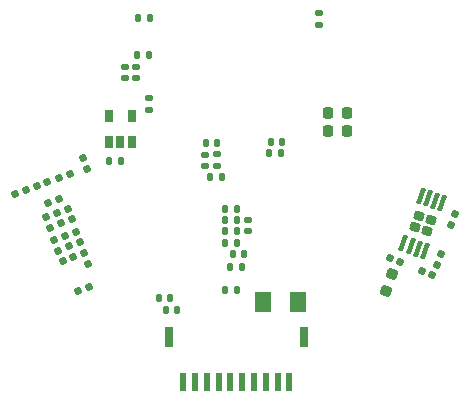
<source format=gbp>
%TF.GenerationSoftware,KiCad,Pcbnew,(6.0.5)*%
%TF.CreationDate,2022-06-17T18:07:44-04:00*%
%TF.ProjectId,Maka_BMS,4d616b61-5f42-44d5-932e-6b696361645f,rev?*%
%TF.SameCoordinates,Original*%
%TF.FileFunction,Paste,Bot*%
%TF.FilePolarity,Positive*%
%FSLAX46Y46*%
G04 Gerber Fmt 4.6, Leading zero omitted, Abs format (unit mm)*
G04 Created by KiCad (PCBNEW (6.0.5)) date 2022-06-17 18:07:44*
%MOMM*%
%LPD*%
G01*
G04 APERTURE LIST*
G04 Aperture macros list*
%AMRoundRect*
0 Rectangle with rounded corners*
0 $1 Rounding radius*
0 $2 $3 $4 $5 $6 $7 $8 $9 X,Y pos of 4 corners*
0 Add a 4 corners polygon primitive as box body*
4,1,4,$2,$3,$4,$5,$6,$7,$8,$9,$2,$3,0*
0 Add four circle primitives for the rounded corners*
1,1,$1+$1,$2,$3*
1,1,$1+$1,$4,$5*
1,1,$1+$1,$6,$7*
1,1,$1+$1,$8,$9*
0 Add four rect primitives between the rounded corners*
20,1,$1+$1,$2,$3,$4,$5,0*
20,1,$1+$1,$4,$5,$6,$7,0*
20,1,$1+$1,$6,$7,$8,$9,0*
20,1,$1+$1,$8,$9,$2,$3,0*%
G04 Aperture macros list end*
%ADD10RoundRect,0.147500X-0.147500X-0.172500X0.147500X-0.172500X0.147500X0.172500X-0.147500X0.172500X0*%
%ADD11RoundRect,0.147500X0.147500X0.172500X-0.147500X0.172500X-0.147500X-0.172500X0.147500X-0.172500X0*%
%ADD12RoundRect,0.147500X0.079606X0.212545X-0.197603X0.111649X-0.079606X-0.212545X0.197603X-0.111649X0*%
%ADD13RoundRect,0.147500X-0.212545X0.079606X-0.111649X-0.197603X0.212545X-0.079606X0.111649X0.197603X0*%
%ADD14RoundRect,0.147500X-0.079606X-0.212545X0.197603X-0.111649X0.079606X0.212545X-0.197603X0.111649X0*%
%ADD15RoundRect,0.147500X0.172500X-0.147500X0.172500X0.147500X-0.172500X0.147500X-0.172500X-0.147500X0*%
%ADD16RoundRect,0.147500X-0.172500X0.147500X-0.172500X-0.147500X0.172500X-0.147500X0.172500X0.147500X0*%
%ADD17RoundRect,0.250001X-0.462499X-0.624999X0.462499X-0.624999X0.462499X0.624999X-0.462499X0.624999X0*%
%ADD18R,0.600000X1.550000*%
%ADD19R,0.800000X1.800000*%
%ADD20RoundRect,0.218750X-0.165979X0.293200X-0.315613X-0.117915X0.165979X-0.293200X0.315613X0.117915X0*%
%ADD21RoundRect,0.218750X0.218750X0.256250X-0.218750X0.256250X-0.218750X-0.256250X0.218750X-0.256250X0*%
%ADD22RoundRect,0.147500X0.212545X-0.079606X0.111649X0.197603X-0.212545X0.079606X-0.111649X-0.197603X0*%
%ADD23RoundRect,0.218750X-0.218750X-0.256250X0.218750X-0.256250X0.218750X0.256250X-0.218750X0.256250X0*%
%ADD24RoundRect,0.197500X0.155628X-0.266819X0.290726X0.104360X-0.155628X0.266819X-0.290726X-0.104360X0*%
%ADD25RoundRect,0.100000X-0.119793X-0.621510X0.307732X0.553106X0.119793X0.621510X-0.307732X-0.553106X0*%
%ADD26RoundRect,0.147500X-0.111649X0.197603X-0.212545X-0.079606X0.111649X-0.197603X0.212545X0.079606X0*%
%ADD27RoundRect,0.147500X-0.197603X-0.111649X0.079606X-0.212545X0.197603X0.111649X-0.079606X0.212545X0*%
%ADD28RoundRect,0.147500X0.111649X-0.197603X0.212545X0.079606X-0.111649X0.197603X-0.212545X-0.079606X0*%
%ADD29RoundRect,0.147500X0.197603X0.111649X-0.079606X0.212545X-0.197603X-0.111649X0.079606X-0.212545X0*%
%ADD30R,0.650000X1.060000*%
G04 APERTURE END LIST*
D10*
%TO.C,R14*%
X146810000Y-112450000D03*
X145840000Y-112450000D03*
%TD*%
D11*
%TO.C,R6*%
X145080000Y-88750000D03*
X144110000Y-88750000D03*
%TD*%
%TO.C,R20*%
X146455000Y-113450000D03*
X147425000Y-113450000D03*
%TD*%
D12*
%TO.C,R12*%
X136411502Y-102668240D03*
X135500000Y-103000000D03*
%TD*%
%TO.C,R13*%
X134605751Y-103334120D03*
X133694249Y-103665880D03*
%TD*%
D13*
%TO.C,R10*%
X139409120Y-100644249D03*
X139740880Y-101555751D03*
%TD*%
D12*
%TO.C,C9*%
X139038498Y-111881760D03*
X139950000Y-111550000D03*
%TD*%
D14*
%TO.C,R18*%
X138311502Y-101968240D03*
X137400000Y-102300000D03*
%TD*%
D10*
%TO.C,R23*%
X149815000Y-99325000D03*
X150785000Y-99325000D03*
%TD*%
D15*
%TO.C,R24*%
X149750000Y-101300000D03*
X149750000Y-100330000D03*
%TD*%
D11*
%TO.C,C17*%
X151185000Y-102250000D03*
X150215000Y-102250000D03*
%TD*%
D16*
%TO.C,TH2*%
X150750000Y-100290000D03*
X150750000Y-101260000D03*
%TD*%
D13*
%TO.C,R2*%
X139881760Y-109561502D03*
X139550000Y-108650000D03*
%TD*%
D17*
%TO.C,R31*%
X154675000Y-112800000D03*
X157650000Y-112800000D03*
%TD*%
D11*
%TO.C,R27*%
X153070000Y-108750000D03*
X152100000Y-108750000D03*
%TD*%
D18*
%TO.C,J8*%
X147900000Y-119600000D03*
X148900000Y-119600000D03*
X149900000Y-119600000D03*
X150900000Y-119600000D03*
X151900000Y-119600000D03*
X152900000Y-119600000D03*
X153900000Y-119600000D03*
X154900000Y-119600000D03*
X155900000Y-119600000D03*
X156900000Y-119600000D03*
D19*
X146700000Y-115775000D03*
X158100000Y-115775000D03*
%TD*%
D10*
%TO.C,C6*%
X151465000Y-111750000D03*
X152435000Y-111750000D03*
%TD*%
D20*
%TO.C,C1*%
X165600000Y-110400000D03*
X165061318Y-111880016D03*
%TD*%
D15*
%TO.C,C19*%
X153400000Y-106825000D03*
X153400000Y-105855000D03*
%TD*%
D11*
%TO.C,C21*%
X152455000Y-106805800D03*
X151485000Y-106805800D03*
%TD*%
%TO.C,R30*%
X152455000Y-107790000D03*
X151485000Y-107790000D03*
%TD*%
%TO.C,R25*%
X152455000Y-105850000D03*
X151485000Y-105850000D03*
%TD*%
D10*
%TO.C,R22*%
X151485000Y-104900000D03*
X152455000Y-104900000D03*
%TD*%
D11*
%TO.C,R26*%
X152885000Y-109800000D03*
X151915000Y-109800000D03*
%TD*%
D21*
%TO.C,C22*%
X161787500Y-96800000D03*
X160212500Y-96800000D03*
%TD*%
D22*
%TO.C,TH1*%
X137300000Y-108450000D03*
X136968240Y-107538498D03*
%TD*%
D12*
%TO.C,R17*%
X136450000Y-104450000D03*
X137361502Y-104118240D03*
%TD*%
D11*
%TO.C,R11*%
X142635000Y-100825000D03*
X141665000Y-100825000D03*
%TD*%
D14*
%TO.C,C8*%
X137694249Y-109365880D03*
X138605751Y-109034120D03*
%TD*%
D22*
%TO.C,C5*%
X137550000Y-106150000D03*
X137218240Y-105238498D03*
%TD*%
D13*
%TO.C,C3*%
X138868240Y-106838498D03*
X139200000Y-107750000D03*
%TD*%
D23*
%TO.C,C7*%
X160200000Y-98300000D03*
X161775000Y-98300000D03*
%TD*%
D13*
%TO.C,R16*%
X136284120Y-105594249D03*
X136615880Y-106505751D03*
%TD*%
%TO.C,R15*%
X137918240Y-107188498D03*
X138250000Y-108100000D03*
%TD*%
D22*
%TO.C,R4*%
X138500000Y-105800000D03*
X138168240Y-104888498D03*
%TD*%
D15*
%TO.C,C18*%
X159375000Y-89310000D03*
X159375000Y-88340000D03*
%TD*%
D11*
%TO.C,R28*%
X156295000Y-99250000D03*
X155325000Y-99250000D03*
%TD*%
%TO.C,C20*%
X156185000Y-100225000D03*
X155215000Y-100225000D03*
%TD*%
D24*
%TO.C,U6*%
X168874919Y-105866575D03*
X167860051Y-105497194D03*
X167524871Y-106418093D03*
X168539739Y-106787474D03*
D25*
X168380752Y-108496143D03*
X167769952Y-108273830D03*
X167159152Y-108051517D03*
X166548351Y-107829203D03*
X168019038Y-103788525D03*
X168629838Y-104010838D03*
X169240638Y-104233151D03*
X169851439Y-104455465D03*
%TD*%
D26*
%TO.C,C10*%
X169700000Y-108750000D03*
X169368240Y-109661502D03*
%TD*%
D27*
%TO.C,R7*%
X165388498Y-109068240D03*
X166300000Y-109400000D03*
%TD*%
D28*
%TO.C,C12*%
X170598044Y-106248982D03*
X170929804Y-105337480D03*
%TD*%
D29*
%TO.C,R9*%
X169000000Y-110550000D03*
X168088498Y-110218240D03*
%TD*%
D15*
%TO.C,R33*%
X142950000Y-93870000D03*
X142950000Y-92900000D03*
%TD*%
D16*
%TO.C,R34*%
X143950000Y-92900000D03*
X143950000Y-93870000D03*
%TD*%
D30*
%TO.C,U8*%
X143550000Y-99250000D03*
X142600000Y-99250000D03*
X141650000Y-99250000D03*
X141650000Y-97050000D03*
X143550000Y-97050000D03*
%TD*%
D16*
%TO.C,R35*%
X145000000Y-95550000D03*
X145000000Y-96520000D03*
%TD*%
D11*
%TO.C,R36*%
X144985000Y-91850000D03*
X144015000Y-91850000D03*
%TD*%
M02*

</source>
